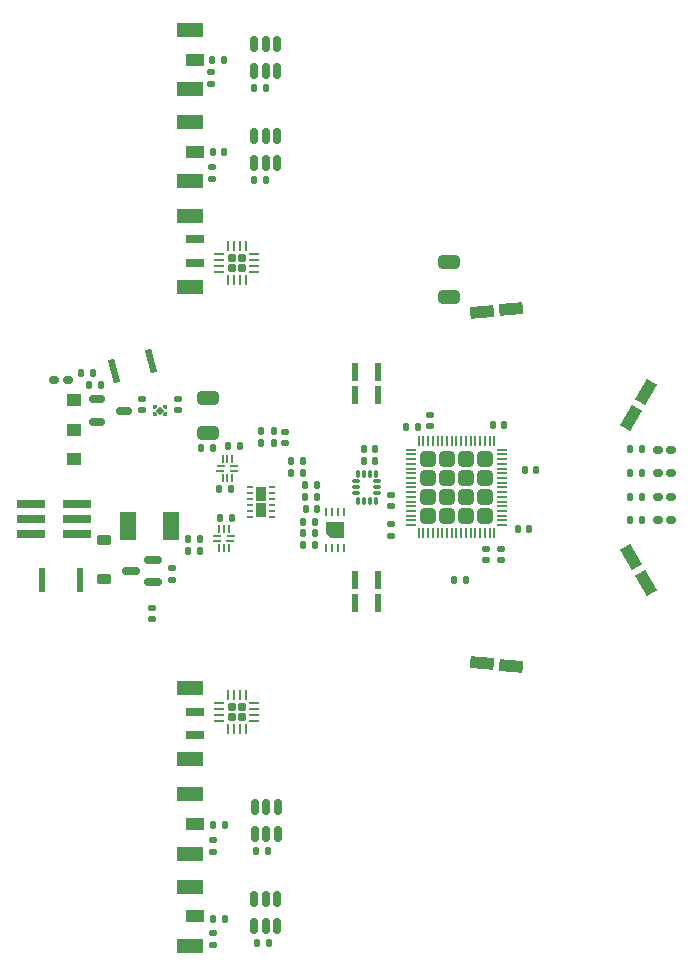
<source format=gbr>
%TF.GenerationSoftware,KiCad,Pcbnew,8.0.3*%
%TF.CreationDate,2024-06-29T22:13:22+09:00*%
%TF.ProjectId,makyi_mouse,6d616b79-695f-46d6-9f75-73652e6b6963,rev?*%
%TF.SameCoordinates,Original*%
%TF.FileFunction,Paste,Top*%
%TF.FilePolarity,Positive*%
%FSLAX46Y46*%
G04 Gerber Fmt 4.6, Leading zero omitted, Abs format (unit mm)*
G04 Created by KiCad (PCBNEW 8.0.3) date 2024-06-29 22:13:22*
%MOMM*%
%LPD*%
G01*
G04 APERTURE LIST*
G04 Aperture macros list*
%AMRoundRect*
0 Rectangle with rounded corners*
0 $1 Rounding radius*
0 $2 $3 $4 $5 $6 $7 $8 $9 X,Y pos of 4 corners*
0 Add a 4 corners polygon primitive as box body*
4,1,4,$2,$3,$4,$5,$6,$7,$8,$9,$2,$3,0*
0 Add four circle primitives for the rounded corners*
1,1,$1+$1,$2,$3*
1,1,$1+$1,$4,$5*
1,1,$1+$1,$6,$7*
1,1,$1+$1,$8,$9*
0 Add four rect primitives between the rounded corners*
20,1,$1+$1,$2,$3,$4,$5,0*
20,1,$1+$1,$4,$5,$6,$7,0*
20,1,$1+$1,$6,$7,$8,$9,0*
20,1,$1+$1,$8,$9,$2,$3,0*%
%AMRotRect*
0 Rectangle, with rotation*
0 The origin of the aperture is its center*
0 $1 length*
0 $2 width*
0 $3 Rotation angle, in degrees counterclockwise*
0 Add horizontal line*
21,1,$1,$2,0,0,$3*%
%AMOutline5P*
0 Free polygon, 5 corners , with rotation*
0 The origin of the aperture is its center*
0 number of corners: always 5*
0 $1 to $10 corner X, Y*
0 $11 Rotation angle, in degrees counterclockwise*
0 create outline with 5 corners*
4,1,5,$1,$2,$3,$4,$5,$6,$7,$8,$9,$10,$1,$2,$11*%
%AMOutline6P*
0 Free polygon, 6 corners , with rotation*
0 The origin of the aperture is its center*
0 number of corners: always 6*
0 $1 to $12 corner X, Y*
0 $13 Rotation angle, in degrees counterclockwise*
0 create outline with 6 corners*
4,1,6,$1,$2,$3,$4,$5,$6,$7,$8,$9,$10,$11,$12,$1,$2,$13*%
%AMOutline7P*
0 Free polygon, 7 corners , with rotation*
0 The origin of the aperture is its center*
0 number of corners: always 7*
0 $1 to $14 corner X, Y*
0 $15 Rotation angle, in degrees counterclockwise*
0 create outline with 7 corners*
4,1,7,$1,$2,$3,$4,$5,$6,$7,$8,$9,$10,$11,$12,$13,$14,$1,$2,$15*%
%AMOutline8P*
0 Free polygon, 8 corners , with rotation*
0 The origin of the aperture is its center*
0 number of corners: always 8*
0 $1 to $16 corner X, Y*
0 $17 Rotation angle, in degrees counterclockwise*
0 create outline with 8 corners*
4,1,8,$1,$2,$3,$4,$5,$6,$7,$8,$9,$10,$11,$12,$13,$14,$15,$16,$1,$2,$17*%
G04 Aperture macros list end*
%ADD10RoundRect,0.135000X0.135000X0.185000X-0.135000X0.185000X-0.135000X-0.185000X0.135000X-0.185000X0*%
%ADD11RoundRect,0.140000X0.140000X0.170000X-0.140000X0.170000X-0.140000X-0.170000X0.140000X-0.170000X0*%
%ADD12RoundRect,0.135000X-0.135000X-0.185000X0.135000X-0.185000X0.135000X0.185000X-0.135000X0.185000X0*%
%ADD13RoundRect,0.135000X-0.185000X0.135000X-0.185000X-0.135000X0.185000X-0.135000X0.185000X0.135000X0*%
%ADD14RoundRect,0.140000X-0.170000X0.140000X-0.170000X-0.140000X0.170000X-0.140000X0.170000X0.140000X0*%
%ADD15R,1.500000X1.000000*%
%ADD16R,2.200000X1.200000*%
%ADD17RoundRect,0.140000X-0.140000X-0.170000X0.140000X-0.170000X0.140000X0.170000X-0.140000X0.170000X0*%
%ADD18RoundRect,0.160000X0.222500X0.160000X-0.222500X0.160000X-0.222500X-0.160000X0.222500X-0.160000X0*%
%ADD19RoundRect,0.150000X0.587500X0.150000X-0.587500X0.150000X-0.587500X-0.150000X0.587500X-0.150000X0*%
%ADD20RoundRect,0.225000X-0.375000X0.225000X-0.375000X-0.225000X0.375000X-0.225000X0.375000X0.225000X0*%
%ADD21RotRect,2.000000X1.000000X175.000000*%
%ADD22R,0.950000X1.170000*%
%ADD23R,0.500000X0.250000*%
%ADD24RotRect,2.000000X1.000000X120.000000*%
%ADD25RotRect,2.000000X1.000000X240.000000*%
%ADD26RoundRect,0.050000X-0.300000X-0.050000X0.300000X-0.050000X0.300000X0.050000X-0.300000X0.050000X0*%
%ADD27RoundRect,0.050000X-0.250000X-0.050000X0.250000X-0.050000X0.250000X0.050000X-0.250000X0.050000X0*%
%ADD28RoundRect,0.050000X0.050000X-0.250000X0.050000X0.250000X-0.050000X0.250000X-0.050000X-0.250000X0*%
%ADD29RoundRect,0.050000X0.250000X0.050000X-0.250000X0.050000X-0.250000X-0.050000X0.250000X-0.050000X0*%
%ADD30RoundRect,0.050000X-0.050000X0.250000X-0.050000X-0.250000X0.050000X-0.250000X0.050000X0.250000X0*%
%ADD31RoundRect,0.177500X-0.177500X0.177500X-0.177500X-0.177500X0.177500X-0.177500X0.177500X0.177500X0*%
%ADD32RoundRect,0.062500X-0.062500X0.325000X-0.062500X-0.325000X0.062500X-0.325000X0.062500X0.325000X0*%
%ADD33RoundRect,0.062500X-0.325000X0.062500X-0.325000X-0.062500X0.325000X-0.062500X0.325000X0.062500X0*%
%ADD34RoundRect,0.250000X0.650000X-0.325000X0.650000X0.325000X-0.650000X0.325000X-0.650000X-0.325000X0*%
%ADD35RoundRect,0.249999X0.395001X0.395001X-0.395001X0.395001X-0.395001X-0.395001X0.395001X-0.395001X0*%
%ADD36RoundRect,0.062500X0.400000X0.062500X-0.400000X0.062500X-0.400000X-0.062500X0.400000X-0.062500X0*%
%ADD37RoundRect,0.062500X0.062500X0.400000X-0.062500X0.400000X-0.062500X-0.400000X0.062500X-0.400000X0*%
%ADD38RoundRect,0.140000X0.170000X-0.140000X0.170000X0.140000X-0.170000X0.140000X-0.170000X-0.140000X0*%
%ADD39R,0.550000X2.000000*%
%ADD40R,0.250000X0.800000*%
%ADD41R,0.250000X0.680000*%
%ADD42Outline5P,-0.700000X0.380000X-0.280000X0.800000X0.700000X0.800000X0.700000X-0.800000X-0.700000X-0.800000X90.000000*%
%ADD43RoundRect,0.087500X0.087500X-0.225000X0.087500X0.225000X-0.087500X0.225000X-0.087500X-0.225000X0*%
%ADD44RoundRect,0.087500X0.225000X-0.087500X0.225000X0.087500X-0.225000X0.087500X-0.225000X-0.087500X0*%
%ADD45RoundRect,0.050000X0.300000X0.050000X-0.300000X0.050000X-0.300000X-0.050000X0.300000X-0.050000X0*%
%ADD46R,1.500000X0.700000*%
%ADD47RoundRect,0.150000X-0.512500X-0.150000X0.512500X-0.150000X0.512500X0.150000X-0.512500X0.150000X0*%
%ADD48RotRect,2.000000X1.000000X185.000000*%
%ADD49R,0.600000X1.500000*%
%ADD50RoundRect,0.160000X-0.222500X-0.160000X0.222500X-0.160000X0.222500X0.160000X-0.222500X0.160000X0*%
%ADD51R,2.400000X0.760000*%
%ADD52Outline5P,-0.130000X0.195000X0.000000X0.195000X0.130000X0.065000X0.130000X-0.195000X-0.130000X-0.195000X90.000000*%
%ADD53RotRect,0.500000X0.500000X135.000000*%
%ADD54Outline5P,-0.130000X0.065000X0.000000X0.195000X0.130000X0.195000X0.130000X-0.195000X-0.130000X-0.195000X90.000000*%
%ADD55Outline5P,-0.130000X0.195000X0.130000X0.195000X0.130000X-0.195000X0.000000X-0.195000X-0.130000X-0.065000X90.000000*%
%ADD56Outline5P,-0.130000X0.195000X0.130000X0.195000X0.130000X-0.065000X0.000000X-0.195000X-0.130000X-0.195000X90.000000*%
%ADD57RotRect,0.550000X2.000000X15.000000*%
%ADD58R,1.450000X2.400000*%
%ADD59R,1.200000X1.000000*%
%ADD60RoundRect,0.150000X-0.150000X0.512500X-0.150000X-0.512500X0.150000X-0.512500X0.150000X0.512500X0*%
G04 APERTURE END LIST*
D10*
%TO.C,R33*%
X138610000Y-82600000D03*
X137590000Y-82600000D03*
%TD*%
D11*
%TO.C,C18*%
X145780000Y-81800000D03*
X144820000Y-81800000D03*
%TD*%
D12*
%TO.C,R3*%
X141090000Y-76200000D03*
X142110000Y-76200000D03*
%TD*%
D13*
%TO.C,R14*%
X137000000Y-117690000D03*
X137000000Y-118710000D03*
%TD*%
D14*
%TO.C,C27*%
X131800000Y-90200000D03*
X131800000Y-91160000D03*
%TD*%
D15*
%TO.C,J9*%
X135500000Y-51600000D03*
D16*
X135000000Y-54100000D03*
X135000000Y-49100000D03*
%TD*%
D17*
%TO.C,C25*%
X163370000Y-78500000D03*
X164330000Y-78500000D03*
%TD*%
D18*
%TO.C,D8*%
X175772500Y-80800000D03*
X174627500Y-80800000D03*
%TD*%
D10*
%TO.C,R22*%
X145610000Y-82900000D03*
X144590000Y-82900000D03*
%TD*%
D19*
%TO.C,Q1*%
X131937500Y-88050000D03*
X131937500Y-86150000D03*
X130062500Y-87100000D03*
%TD*%
D20*
%TO.C,D2*%
X127800000Y-84450000D03*
X127800000Y-87750000D03*
%TD*%
D13*
%TO.C,R11*%
X137000000Y-109840000D03*
X137000000Y-110860000D03*
%TD*%
%TO.C,R5*%
X133500000Y-86790000D03*
X133500000Y-87810000D03*
%TD*%
D21*
%TO.C,J6*%
X159754757Y-94891055D03*
X162245243Y-95108945D03*
%TD*%
D11*
%TO.C,C4*%
X150730000Y-76750000D03*
X149770000Y-76750000D03*
%TD*%
D12*
%TO.C,R35*%
X134890000Y-85400000D03*
X135910000Y-85400000D03*
%TD*%
%TO.C,R25*%
X172290000Y-82800000D03*
X173310000Y-82800000D03*
%TD*%
%TO.C,R26*%
X172290000Y-80800000D03*
X173310000Y-80800000D03*
%TD*%
D22*
%TO.C,U3*%
X141050000Y-80565000D03*
X141050000Y-81935000D03*
D23*
X140100000Y-80000000D03*
X140100000Y-80500000D03*
X140100000Y-81000000D03*
X140100000Y-81500000D03*
X140100000Y-82000000D03*
X140100000Y-82500000D03*
X142000000Y-82500000D03*
X142000000Y-82000000D03*
X142000000Y-81500000D03*
X142000000Y-81000000D03*
X142000000Y-80500000D03*
X142000000Y-80000000D03*
%TD*%
D13*
%TO.C,R17*%
X136900000Y-52890000D03*
X136900000Y-53910000D03*
%TD*%
D24*
%TO.C,J3*%
X172375000Y-85917468D03*
X173625000Y-88082532D03*
%TD*%
D25*
%TO.C,J5*%
X172375000Y-74082532D03*
X173625000Y-71917468D03*
%TD*%
D26*
%TO.C,U14*%
X137650000Y-78200000D03*
D27*
X137600000Y-78600000D03*
D28*
X137800000Y-79200000D03*
X138200000Y-79200000D03*
X138600000Y-79200000D03*
D29*
X138800000Y-78600000D03*
X138800000Y-78200000D03*
D30*
X138600000Y-77600000D03*
X138200000Y-77600000D03*
X137800000Y-77600000D03*
%TD*%
D12*
%TO.C,R4*%
X141090000Y-75200000D03*
X142110000Y-75200000D03*
%TD*%
D31*
%TO.C,U9*%
X139440000Y-60560000D03*
X138560000Y-60560000D03*
X139440000Y-61440000D03*
X138560000Y-61440000D03*
D32*
X139750000Y-59537500D03*
X139250000Y-59537500D03*
X138750000Y-59537500D03*
X138250000Y-59537500D03*
D33*
X137537500Y-60250000D03*
X137537500Y-60750000D03*
X137537500Y-61250000D03*
X137537500Y-61750000D03*
D32*
X138250000Y-62462500D03*
X138750000Y-62462500D03*
X139250000Y-62462500D03*
X139750000Y-62462500D03*
D33*
X140462500Y-61750000D03*
X140462500Y-61250000D03*
X140462500Y-60750000D03*
X140462500Y-60250000D03*
%TD*%
D12*
%TO.C,R30*%
X137490000Y-80100000D03*
X138510000Y-80100000D03*
%TD*%
D34*
%TO.C,C7*%
X136600000Y-75375000D03*
X136600000Y-72425000D03*
%TD*%
D12*
%TO.C,R7*%
X143590000Y-78800000D03*
X144610000Y-78800000D03*
%TD*%
D35*
%TO.C,U11*%
X160000000Y-82400000D03*
X160000000Y-80800000D03*
X160000000Y-79200000D03*
X160000000Y-77600000D03*
X158400000Y-82400000D03*
X158400000Y-80800000D03*
X158400000Y-79200000D03*
X158400000Y-77600000D03*
X156800000Y-82400000D03*
X156800000Y-80800000D03*
X156800000Y-79200000D03*
X156800000Y-77600000D03*
X155200000Y-82400000D03*
X155200000Y-80800000D03*
X155200000Y-79200000D03*
X155200000Y-77600000D03*
D36*
X161487500Y-83200000D03*
X161487500Y-82800000D03*
X161487500Y-82400000D03*
X161487500Y-82000000D03*
X161487500Y-81600000D03*
X161487500Y-81200000D03*
X161487500Y-80800000D03*
X161487500Y-80400000D03*
X161487500Y-80000000D03*
X161487500Y-79600000D03*
X161487500Y-79200000D03*
X161487500Y-78800000D03*
X161487500Y-78400000D03*
X161487500Y-78000000D03*
X161487500Y-77600000D03*
X161487500Y-77200000D03*
X161487500Y-76800000D03*
D37*
X160800000Y-76112500D03*
X160400000Y-76112500D03*
X160000000Y-76112500D03*
X159600000Y-76112500D03*
X159200000Y-76112500D03*
X158800000Y-76112500D03*
X158400000Y-76112500D03*
X158000000Y-76112500D03*
X157600000Y-76112500D03*
X157200000Y-76112500D03*
X156800000Y-76112500D03*
X156400000Y-76112500D03*
X156000000Y-76112500D03*
X155600000Y-76112500D03*
X155200000Y-76112500D03*
X154800000Y-76112500D03*
X154400000Y-76112500D03*
D36*
X153712500Y-76800000D03*
X153712500Y-77200000D03*
X153712500Y-77600000D03*
X153712500Y-78000000D03*
X153712500Y-78400000D03*
X153712500Y-78800000D03*
X153712500Y-79200000D03*
X153712500Y-79600000D03*
X153712500Y-80000000D03*
X153712500Y-80400000D03*
X153712500Y-80800000D03*
X153712500Y-81200000D03*
X153712500Y-81600000D03*
X153712500Y-82000000D03*
X153712500Y-82400000D03*
X153712500Y-82800000D03*
X153712500Y-83200000D03*
D37*
X154400000Y-83887500D03*
X154800000Y-83887500D03*
X155200000Y-83887500D03*
X155600000Y-83887500D03*
X156000000Y-83887500D03*
X156400000Y-83887500D03*
X156800000Y-83887500D03*
X157200000Y-83887500D03*
X157600000Y-83887500D03*
X158000000Y-83887500D03*
X158400000Y-83887500D03*
X158800000Y-83887500D03*
X159200000Y-83887500D03*
X159600000Y-83887500D03*
X160000000Y-83887500D03*
X160400000Y-83887500D03*
X160800000Y-83887500D03*
%TD*%
D10*
%TO.C,R23*%
X145610000Y-83900000D03*
X144590000Y-83900000D03*
%TD*%
D17*
%TO.C,C22*%
X160670000Y-74750000D03*
X161630000Y-74750000D03*
%TD*%
D15*
%TO.C,J7*%
X135500000Y-116300000D03*
D16*
X135000000Y-118800000D03*
X135000000Y-113800000D03*
%TD*%
D12*
%TO.C,R20*%
X144790000Y-79800000D03*
X145810000Y-79800000D03*
%TD*%
D38*
%TO.C,C24*%
X152100000Y-84080000D03*
X152100000Y-83120000D03*
%TD*%
D12*
%TO.C,R28*%
X172290000Y-76790000D03*
X173310000Y-76790000D03*
%TD*%
D39*
%TO.C,SW2*%
X122475000Y-87800000D03*
X125725000Y-87800000D03*
%TD*%
D40*
%TO.C,U10*%
X146550000Y-85100000D03*
X147050000Y-85100000D03*
X147550000Y-85100000D03*
X148050000Y-85100000D03*
X148050000Y-82100000D03*
X147550000Y-82100000D03*
X147050000Y-82100000D03*
D41*
X146550000Y-82100000D03*
D42*
X147300000Y-83600000D03*
%TD*%
D43*
%TO.C,U2*%
X149250000Y-81162500D03*
X149750000Y-81162500D03*
X150250000Y-81162500D03*
X150750000Y-81162500D03*
D44*
X150912500Y-80500000D03*
X150912500Y-80000000D03*
X150912500Y-79500000D03*
D43*
X150750000Y-78837500D03*
X150250000Y-78837500D03*
X149750000Y-78837500D03*
X149250000Y-78837500D03*
D44*
X149087500Y-79500000D03*
X149087500Y-80000000D03*
X149087500Y-80500000D03*
%TD*%
D12*
%TO.C,R6*%
X143590000Y-77800000D03*
X144610000Y-77800000D03*
%TD*%
D45*
%TO.C,U12*%
X138450000Y-84500000D03*
D29*
X138500000Y-84100000D03*
D30*
X138300000Y-83500000D03*
X137900000Y-83500000D03*
X137500000Y-83500000D03*
D27*
X137300000Y-84100000D03*
X137300000Y-84500000D03*
D28*
X137500000Y-85100000D03*
X137900000Y-85100000D03*
X138300000Y-85100000D03*
%TD*%
D11*
%TO.C,C5*%
X150730000Y-77750000D03*
X149770000Y-77750000D03*
%TD*%
D10*
%TO.C,R31*%
X139310000Y-76500000D03*
X138290000Y-76500000D03*
%TD*%
D16*
%TO.C,J13*%
X135000000Y-57000000D03*
X135000000Y-57000000D03*
D46*
X135500000Y-59000000D03*
X135500000Y-61000000D03*
D16*
X135000000Y-63000000D03*
%TD*%
D47*
%TO.C,Q2*%
X127162500Y-72550000D03*
X127162500Y-74450000D03*
X129437500Y-73500000D03*
%TD*%
D31*
%TO.C,U8*%
X139440000Y-98560000D03*
X138560000Y-98560000D03*
X139440000Y-99440000D03*
X138560000Y-99440000D03*
D32*
X139750000Y-97537500D03*
X139250000Y-97537500D03*
X138750000Y-97537500D03*
X138250000Y-97537500D03*
D33*
X137537500Y-98250000D03*
X137537500Y-98750000D03*
X137537500Y-99250000D03*
X137537500Y-99750000D03*
D32*
X138250000Y-100462500D03*
X138750000Y-100462500D03*
X139250000Y-100462500D03*
X139750000Y-100462500D03*
D33*
X140462500Y-99750000D03*
X140462500Y-99250000D03*
X140462500Y-98750000D03*
X140462500Y-98250000D03*
%TD*%
D48*
%TO.C,J8*%
X159754757Y-65108945D03*
X162245243Y-64891055D03*
%TD*%
D49*
%TO.C,J10*%
X150987300Y-70200000D03*
X148987300Y-70200000D03*
X150987300Y-72200000D03*
X148987300Y-72200000D03*
%TD*%
D10*
%TO.C,R34*%
X135910000Y-84400000D03*
X134890000Y-84400000D03*
%TD*%
D12*
%TO.C,R32*%
X135990000Y-76700000D03*
X137010000Y-76700000D03*
%TD*%
D14*
%TO.C,C26*%
X161400000Y-85220000D03*
X161400000Y-86180000D03*
%TD*%
D10*
%TO.C,R29*%
X158410000Y-87800000D03*
X157390000Y-87800000D03*
%TD*%
D34*
%TO.C,C28*%
X157000000Y-63875000D03*
X157000000Y-60925000D03*
%TD*%
D17*
%TO.C,C21*%
X162820000Y-83500000D03*
X163780000Y-83500000D03*
%TD*%
D50*
%TO.C,D1*%
X123527500Y-70900000D03*
X124672500Y-70900000D03*
%TD*%
D51*
%TO.C,J14*%
X125450000Y-83970000D03*
X121550000Y-83970000D03*
X125450000Y-82700000D03*
X121550000Y-82700000D03*
X125450000Y-81430000D03*
X121550000Y-81430000D03*
%TD*%
D13*
%TO.C,R8*%
X136850000Y-44790000D03*
X136850000Y-45810000D03*
%TD*%
D18*
%TO.C,D10*%
X175800000Y-76810000D03*
X174655000Y-76810000D03*
%TD*%
D10*
%TO.C,R1*%
X127510000Y-71300000D03*
X126490000Y-71300000D03*
%TD*%
D38*
%TO.C,C2*%
X134000000Y-73480000D03*
X134000000Y-72520000D03*
%TD*%
D52*
%TO.C,U1*%
X132905000Y-73825000D03*
D53*
X132500000Y-73500000D03*
D54*
X132905000Y-73175000D03*
D55*
X132095000Y-73175000D03*
D56*
X132095000Y-73825000D03*
%TD*%
D38*
%TO.C,C1*%
X131000000Y-73480000D03*
X131000000Y-72520000D03*
%TD*%
D15*
%TO.C,J4*%
X135500000Y-108500000D03*
D16*
X135000000Y-111000000D03*
X135000000Y-106000000D03*
%TD*%
D18*
%TO.C,D7*%
X175800000Y-82790000D03*
X174655000Y-82790000D03*
%TD*%
D11*
%TO.C,C23*%
X154330000Y-74850000D03*
X153370000Y-74850000D03*
%TD*%
D57*
%TO.C,SW3*%
X128630371Y-70120581D03*
X131769629Y-69279419D03*
%TD*%
D49*
%TO.C,J12*%
X150987300Y-87800000D03*
X148987300Y-87800000D03*
X150987300Y-89800000D03*
X148987300Y-89800000D03*
%TD*%
D12*
%TO.C,R21*%
X144790000Y-80800000D03*
X145810000Y-80800000D03*
%TD*%
D14*
%TO.C,C19*%
X160100000Y-85190000D03*
X160100000Y-86150000D03*
%TD*%
D10*
%TO.C,R2*%
X126810000Y-70300000D03*
X125790000Y-70300000D03*
%TD*%
%TO.C,R24*%
X145610000Y-84900000D03*
X144590000Y-84900000D03*
%TD*%
D38*
%TO.C,C20*%
X155350000Y-74830000D03*
X155350000Y-73870000D03*
%TD*%
D58*
%TO.C,BZ1*%
X129775000Y-83300000D03*
X133425000Y-83300000D03*
%TD*%
D12*
%TO.C,R27*%
X172290000Y-78790000D03*
X173310000Y-78790000D03*
%TD*%
D59*
%TO.C,SW1*%
X125200000Y-72600000D03*
X125200000Y-75100000D03*
X125200000Y-77600000D03*
%TD*%
D38*
%TO.C,C3*%
X143100000Y-76280000D03*
X143100000Y-75320000D03*
%TD*%
D18*
%TO.C,D9*%
X175800000Y-78800000D03*
X174655000Y-78800000D03*
%TD*%
D14*
%TO.C,C6*%
X152050000Y-80620000D03*
X152050000Y-81580000D03*
%TD*%
D12*
%TO.C,R13*%
X140640000Y-110750000D03*
X141660000Y-110750000D03*
%TD*%
D60*
%TO.C,U6*%
X142400000Y-114862500D03*
X141450000Y-114862500D03*
X140500000Y-114862500D03*
X140500000Y-117137500D03*
X141450000Y-117137500D03*
X142400000Y-117137500D03*
%TD*%
D17*
%TO.C,C9*%
X137880000Y-43800000D03*
X136920000Y-43800000D03*
%TD*%
D12*
%TO.C,R16*%
X140690000Y-118550000D03*
X141710000Y-118550000D03*
%TD*%
%TO.C,R19*%
X140440000Y-53950000D03*
X141460000Y-53950000D03*
%TD*%
D60*
%TO.C,U5*%
X142450000Y-107062500D03*
X141500000Y-107062500D03*
X140550000Y-107062500D03*
X140550000Y-109337500D03*
X141500000Y-109337500D03*
X142450000Y-109337500D03*
%TD*%
%TO.C,U7*%
X142400000Y-50262500D03*
X141450000Y-50262500D03*
X140500000Y-50262500D03*
X140500000Y-52537500D03*
X141450000Y-52537500D03*
X142400000Y-52537500D03*
%TD*%
D12*
%TO.C,R10*%
X140490000Y-46150000D03*
X141510000Y-46150000D03*
%TD*%
D17*
%TO.C,C11*%
X137020000Y-108600000D03*
X137980000Y-108600000D03*
%TD*%
D60*
%TO.C,U4*%
X142400000Y-42462500D03*
X141450000Y-42462500D03*
X140500000Y-42462500D03*
X140500000Y-44737500D03*
X141450000Y-44737500D03*
X142400000Y-44737500D03*
%TD*%
D17*
%TO.C,C13*%
X137020000Y-116500000D03*
X137980000Y-116500000D03*
%TD*%
%TO.C,C15*%
X136970000Y-51600000D03*
X137930000Y-51600000D03*
%TD*%
D16*
%TO.C,J11*%
X135000000Y-103000000D03*
D46*
X135500000Y-101000000D03*
X135500000Y-99000000D03*
D16*
X135000000Y-97000000D03*
%TD*%
D15*
%TO.C,J2*%
X135500000Y-43800000D03*
D16*
X135000000Y-46300000D03*
X135000000Y-41300000D03*
%TD*%
M02*

</source>
